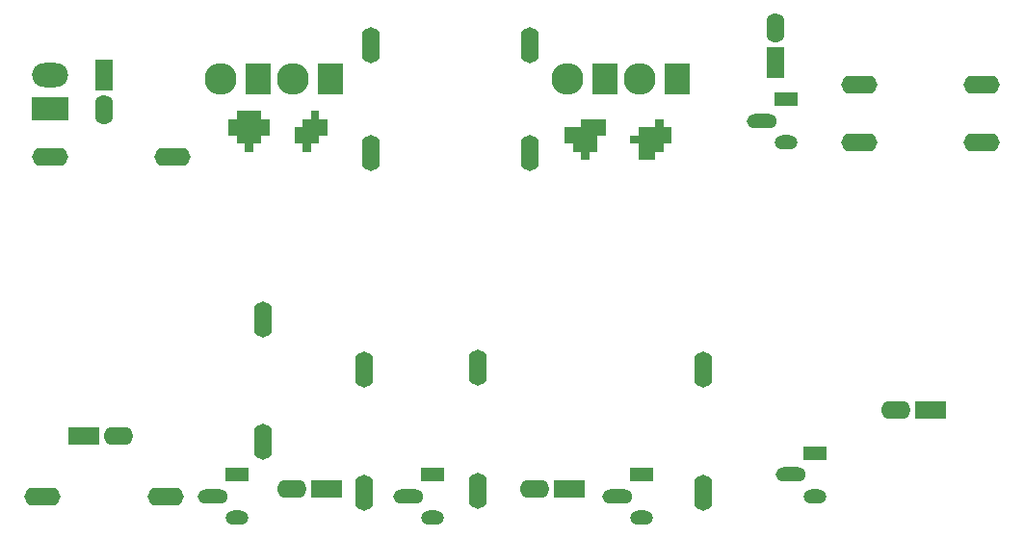
<source format=gbr>
%TF.GenerationSoftware,KiCad,Pcbnew,(6.0.2)*%
%TF.CreationDate,2022-03-15T12:48:44+01:00*%
%TF.ProjectId,ruetueta-pcb,72756574-7565-4746-912d-7063622e6b69,rev?*%
%TF.SameCoordinates,Original*%
%TF.FileFunction,Soldermask,Top*%
%TF.FilePolarity,Negative*%
%FSLAX46Y46*%
G04 Gerber Fmt 4.6, Leading zero omitted, Abs format (unit mm)*
G04 Created by KiCad (PCBNEW (6.0.2)) date 2022-03-15 12:48:44*
%MOMM*%
%LPD*%
G01*
G04 APERTURE LIST*
%ADD10O,1.600000X3.175000*%
%ADD11O,3.175000X1.600000*%
%ADD12O,3.175000X2.120000*%
%ADD13R,3.175000X2.120000*%
%ADD14R,2.705000X1.600000*%
%ADD15O,2.610000X1.600000*%
%ADD16R,2.020000X1.270000*%
%ADD17O,2.655000X1.270000*%
%ADD18O,2.020000X1.270000*%
%ADD19R,1.600000X2.705000*%
%ADD20O,1.600000X2.610000*%
%ADD21R,2.170000X2.805000*%
%ADD22O,2.805000X2.805000*%
G04 APERTURE END LIST*
%TO.C,REF\u002A\u002A*%
G36*
X216170214Y-36748937D02*
G01*
X216890781Y-36748937D01*
X216890781Y-38190071D01*
X216170214Y-38190071D01*
X216170214Y-38910639D01*
X215449646Y-38910639D01*
X215449646Y-39631206D01*
X214008511Y-39631206D01*
X214008511Y-38190071D01*
X213287944Y-38190071D01*
X213287944Y-37469504D01*
X214008511Y-37469504D01*
X214008511Y-36748937D01*
X215449646Y-36748937D01*
X215449646Y-36028369D01*
X216170214Y-36028369D01*
X216170214Y-36748937D01*
G37*
G36*
X180862412Y-36028369D02*
G01*
X181582980Y-36028369D01*
X181582980Y-37469504D01*
X180862412Y-37469504D01*
X180862412Y-38190071D01*
X180141845Y-38190071D01*
X180141845Y-38910639D01*
X179421277Y-38910639D01*
X179421277Y-38190071D01*
X178700710Y-38190071D01*
X178700710Y-37469504D01*
X177980143Y-37469504D01*
X177980143Y-36028369D01*
X178700710Y-36028369D01*
X178700710Y-35307802D01*
X180862412Y-35307802D01*
X180862412Y-36028369D01*
G37*
G36*
X185906384Y-36028369D02*
G01*
X186626951Y-36028369D01*
X186626951Y-37469504D01*
X185906384Y-37469504D01*
X185906384Y-38190071D01*
X185185816Y-38190071D01*
X185185816Y-38910639D01*
X184465249Y-38910639D01*
X184465249Y-38190071D01*
X183744682Y-38190071D01*
X183744682Y-36748937D01*
X184465249Y-36748937D01*
X184465249Y-36028369D01*
X185185816Y-36028369D01*
X185185816Y-35307802D01*
X185906384Y-35307802D01*
X185906384Y-36028369D01*
G37*
G36*
X211126242Y-37469504D02*
G01*
X210405675Y-37469504D01*
X210405675Y-38910639D01*
X209685107Y-38910639D01*
X209685107Y-39631206D01*
X208964540Y-39631206D01*
X208964540Y-38910639D01*
X208243972Y-38910639D01*
X208243972Y-38190071D01*
X207523405Y-38190071D01*
X207523405Y-36748937D01*
X208964540Y-36748937D01*
X208964540Y-36028369D01*
X211126242Y-36028369D01*
X211126242Y-37469504D01*
G37*
%TD*%
D10*
%TO.C,R5*%
X199880464Y-68718086D03*
X199880464Y-57923086D03*
%TD*%
D11*
%TO.C,R8*%
X233362500Y-38100000D03*
X244157500Y-38100000D03*
%TD*%
D12*
%TO.C,J1*%
X162242500Y-32175000D03*
D13*
X162242500Y-35135000D03*
%TD*%
D14*
%TO.C,C3*%
X186607500Y-68580000D03*
D15*
X183550000Y-68580000D03*
%TD*%
D14*
%TO.C,C5*%
X239632613Y-61595000D03*
D15*
X236575113Y-61595000D03*
%TD*%
D10*
%TO.C,R9*%
X204470000Y-39052500D03*
X204470000Y-29527500D03*
%TD*%
D16*
%TO.C,Q4*%
X229495000Y-65405000D03*
D17*
X227387500Y-67310000D03*
D18*
X229495000Y-69215000D03*
%TD*%
D11*
%TO.C,R10*%
X233362500Y-33020000D03*
X244157500Y-33020000D03*
%TD*%
D19*
%TO.C,C1*%
X167005000Y-32147388D03*
D20*
X167005000Y-35204888D03*
%TD*%
D14*
%TO.C,C2*%
X165209142Y-63909325D03*
D15*
X168266642Y-63909325D03*
%TD*%
D16*
%TO.C,Q3*%
X214255000Y-67310000D03*
D17*
X212147500Y-69215000D03*
D18*
X214255000Y-71120000D03*
%TD*%
D21*
%TO.C,D9*%
X211005000Y-32517500D03*
D22*
X207777500Y-32517500D03*
%TD*%
D16*
%TO.C,Q2*%
X195897341Y-67310000D03*
D17*
X193789841Y-69215000D03*
D18*
X195897341Y-71120000D03*
%TD*%
D16*
%TO.C,Q1*%
X178695000Y-67310000D03*
D17*
X176587500Y-69215000D03*
D18*
X178695000Y-71120000D03*
%TD*%
D16*
%TO.C,Q5*%
X226955000Y-34290000D03*
D17*
X224847500Y-36195000D03*
D18*
X226955000Y-38100000D03*
%TD*%
D14*
%TO.C,C4*%
X207882613Y-68580000D03*
D15*
X204825113Y-68580000D03*
%TD*%
D21*
%TO.C,D8*%
X186875000Y-32517500D03*
D22*
X183647500Y-32517500D03*
%TD*%
D21*
%TO.C,D10*%
X217355000Y-32517500D03*
D22*
X214127500Y-32517500D03*
%TD*%
D10*
%TO.C,R4*%
X180975000Y-64452500D03*
X180975000Y-53657500D03*
%TD*%
%TO.C,R7*%
X190500000Y-39052500D03*
X190500000Y-29527500D03*
%TD*%
%TO.C,R3*%
X189871902Y-68897500D03*
X189871902Y-58102500D03*
%TD*%
D11*
%TO.C,R1*%
X173037500Y-39370000D03*
X162242500Y-39370000D03*
%TD*%
D19*
%TO.C,C6*%
X226060000Y-31032500D03*
D20*
X226060000Y-27975000D03*
%TD*%
D11*
%TO.C,R2*%
X172402500Y-69215000D03*
X161607500Y-69215000D03*
%TD*%
D21*
%TO.C,D7*%
X180525000Y-32517500D03*
D22*
X177297500Y-32517500D03*
%TD*%
D10*
%TO.C,R6*%
X219710000Y-68897500D03*
X219710000Y-58102500D03*
%TD*%
M02*

</source>
